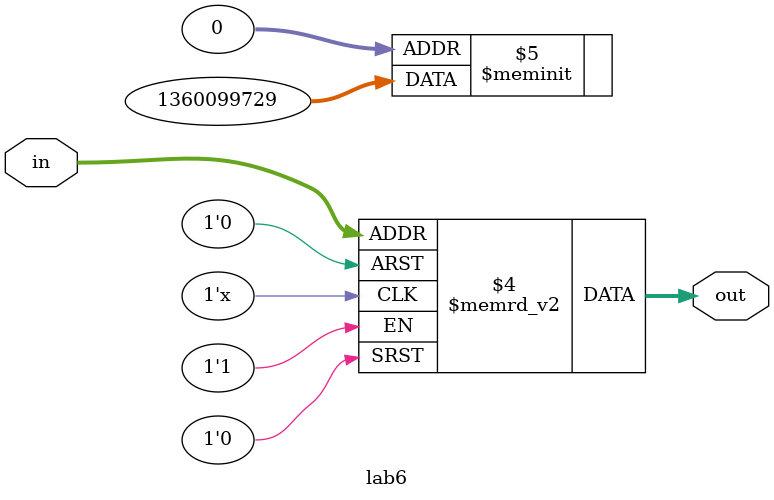
<source format=v>
module lab6(in, out);//模組 lab6(對應的輸入埠與輸出埠)
	
	//宣告區段
	input [2:0]in; //宣告輸入埠 in ,其形態為 3bit wire		
	output reg [3:0]out; //宣告輸出埠 out ,其形態為 4bit reg

	//邏輯區段
	always @ (in) // 當變數 in 改變時，always 敘述會再次執行
	case(in) //依照 in 值執行不同的敘述
		0 : out = 1; //當 in 為 0 , out 為1
		1 : out = 9;
		2 : out = 9;
		3 : out = 7;
		4 : out = 1;
		5 : out = 1;
		6 : out = 1;
		7 : out = 5;
		default : $display("Error in input"); //out 的預設敘述為 顯示錯誤訊息
	endcase

endmodule

/*
case ()
< case1 > : < statement >
< case2 > : < statement >
.....
default : < statement >

endcase
參考網站: http://www.asic-world.com/verilog/vbehave2.html#The_Case_Statement
*/

</source>
